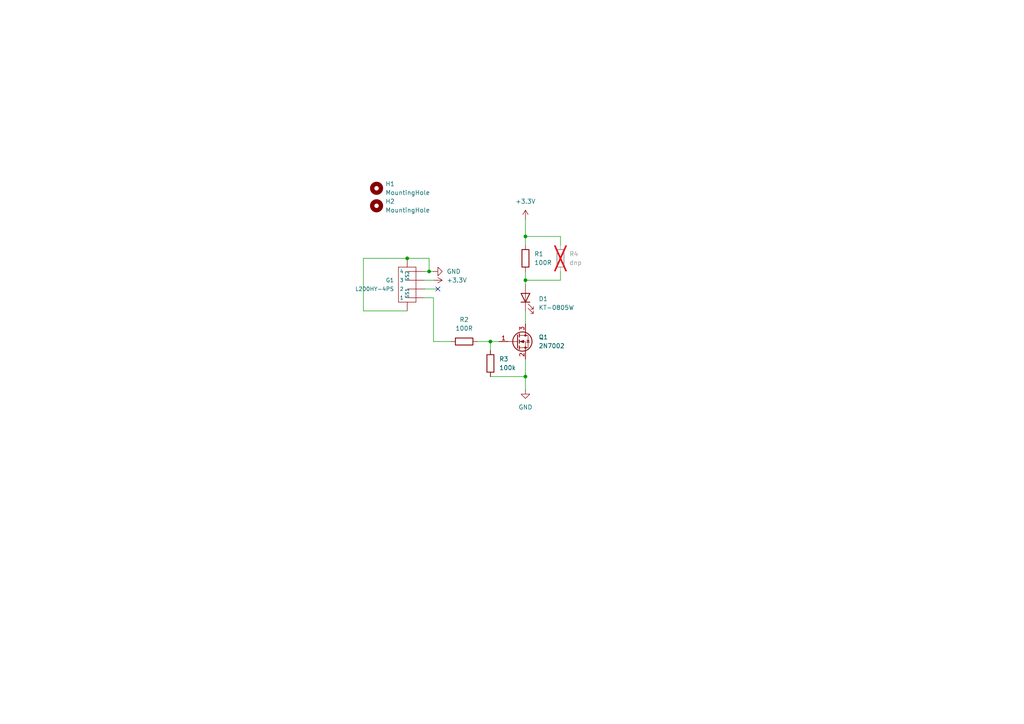
<source format=kicad_sch>
(kicad_sch (version 20250114) (generator "eeschema") (generator_version "9.0")
  (paper "A4")
  (title_block (title "ialed") (date "2025-07-11") (rev "v0.1") (company "Technische Hochschule Augsburg") (comment 1 "Friedrich Beckmann"))
  (lib_symbols
    (symbol "Device:LED" (pin_numbers (hide yes)) (pin_names (offset 1.016) (hide yes))
      (property "Reference" "D" (at 0 2.54 0))
      (property "Value" "LED" (at 0 -2.54 0))
      (symbol "LED_0_1"
        (polyline (pts (xy -3.048 -0.762) (xy -4.572 -2.286) (xy -3.81 -2.286) (xy -4.572 -2.286) (xy -4.572 -1.524)))
        (polyline (pts (xy -1.778 -0.762) (xy -3.302 -2.286) (xy -2.54 -2.286) (xy -3.302 -2.286) (xy -3.302 -1.524)))
        (polyline (pts (xy -1.27 0) (xy 1.27 0)))
        (polyline (pts (xy -1.27 -1.27) (xy -1.27 1.27)) (stroke (width 0.254)))
        (polyline (pts (xy 1.27 -1.27) (xy 1.27 1.27) (xy -1.27 0) (xy 1.27 -1.27)) (stroke (width 0.254)))
      )
      (symbol "LED_1_1"
        (pin passive line (at -3.81 0 0) (length 2.54) (name "K") (number "1"))
        (pin passive line (at 3.81 0 180) (length 2.54) (name "A") (number "2"))
      )
    )
    (symbol "Device:R" (pin_numbers (hide yes)) (pin_names (offset 0))
      (property "Reference" "R" (at 2.032 0 90))
      (property "Value" "R" (at 0 0 90))
      (symbol "R_0_1"
        (rectangle (start -1.016 -2.54) (end 1.016 2.54) (stroke (width 0.254)))
      )
      (symbol "R_1_1"
        (pin passive line (at 0 3.81 270) (length 1.27) (name "~") (number "1"))
        (pin passive line (at 0 -3.81 90) (length 1.27) (name "~") (number "2"))
      )
    )
    (symbol "Mechanical:MountingHole" (pin_names (offset 1.016)) (in_bom no)
      (property "Reference" "H" (at 0 5.08 0))
      (property "Value" "MountingHole" (at 0 3.175 0))
      (symbol "MountingHole_0_1"
        (circle (center 0 0) (radius 1.27) (stroke (width 1.27)))
      )
    )
    (symbol "Transistor_FET:2N7002" (pin_names (offset 0) (hide yes))
      (property "Reference" "Q" (at 5.08 1.905 0))
      (property "Value" "2N7002" (at 5.08 0 0))
      (symbol "2N7002_0_1"
        (polyline (pts (xy 0.254 1.905) (xy 0.254 -1.905)) (stroke (width 0.254)))
        (polyline (pts (xy 0.254 0) (xy -2.54 0)))
        (polyline (pts (xy 0.762 2.286) (xy 0.762 1.27)) (stroke (width 0.254)))
        (polyline (pts (xy 0.762 0.508) (xy 0.762 -0.508)) (stroke (width 0.254)))
        (polyline (pts (xy 0.762 -1.27) (xy 0.762 -2.286)) (stroke (width 0.254)))
        (polyline (pts (xy 0.762 -1.778) (xy 3.302 -1.778) (xy 3.302 1.778) (xy 0.762 1.778)))
        (polyline (pts (xy 1.016 0) (xy 2.032 0.381) (xy 2.032 -0.381) (xy 1.016 0)) (fill (type outline)))
        (circle (center 1.651 0) (radius 2.794) (stroke (width 0.254)))
        (polyline (pts (xy 2.54 2.54) (xy 2.54 1.778)))
        (circle (center 2.54 1.778) (radius 0.254) (fill (type outline)))
        (circle (center 2.54 -1.778) (radius 0.254) (fill (type outline)))
        (polyline (pts (xy 2.54 -2.54) (xy 2.54 0) (xy 0.762 0)))
        (polyline (pts (xy 2.921 0.381) (xy 3.683 0.381)))
        (polyline (pts (xy 3.302 0.381) (xy 2.921 -0.254) (xy 3.683 -0.254) (xy 3.302 0.381)))
      )
      (symbol "2N7002_1_1"
        (pin input line (at -5.08 0 0) (length 2.54) (name "G") (number "1"))
        (pin passive line (at 2.54 5.08 270) (length 2.54) (name "D") (number "3"))
        (pin passive line (at 2.54 -5.08 90) (length 2.54) (name "S") (number "2"))
      )
    )
    (symbol "ialed:GROVE-CONNECTOR-SMD_4+2P-2.0_" (pin_numbers (hide yes)) (pin_names (offset 1.016))
      (property "Reference" "UART0" (at 3.81 -0.635 0))
      (property "Value" "L200HY-4PS" (at 3.81 1.2699 0))
      (symbol "GROVE-CONNECTOR-SMD_4+2P-2.0__1_0"
        (polyline (pts (xy -2.54 5.08) (xy 2.54 5.08)))
        (polyline (pts (xy -2.54 -5.08) (xy -2.54 5.08)))
        (polyline (pts (xy 2.54 5.08) (xy 2.54 -5.08)))
        (polyline (pts (xy 2.54 -5.08) (xy -2.54 -5.08)))
      )
      (symbol "GROVE-CONNECTOR-SMD_4+2P-2.0__1_1"
        (pin bidirectional line (at -5.08 3.81 0) (length 5.08) (name "1") (number "1"))
        (pin bidirectional line (at -5.08 1.27 0) (length 5.08) (name "2") (number "2"))
        (pin power_out line (at -5.08 -1.27 0) (length 5.08) (name "3") (number "3"))
        (pin power_out line (at -5.08 -3.81 0) (length 5.08) (name "4") (number "4"))
        (pin passive line (at 0 7.62 270) (length 2.54) (name "SS1") (number "5"))
        (pin passive line (at 0 -7.62 90) (length 2.54) (name "SS2") (number "6"))
      )
    )
    (symbol "power:+3.3V" (power) (pin_numbers (hide yes)) (pin_names (offset 0) (hide yes))
      (property "Value" "+3.3V" (at 0 3.556 0))
      (symbol "+3.3V_0_1"
        (polyline (pts (xy -0.762 1.27) (xy 0 2.54)))
        (polyline (pts (xy 0 2.54) (xy 0.762 1.27)))
        (polyline (pts (xy 0 0) (xy 0 2.54)))
      )
      (symbol "+3.3V_1_1"
        (pin power_in line (at 0 0 90) (length 0) (name "~") (number "1"))
      )
    )
    (symbol "power:GND" (power) (pin_numbers (hide yes)) (pin_names (offset 0) (hide yes))
      (property "Value" "GND" (at 0 -3.81 0))
      (symbol "GND_0_1"
        (polyline (pts (xy 0 0) (xy 0 -1.27) (xy 1.27 -1.27) (xy 0 -2.54) (xy -1.27 -1.27) (xy 0 -1.27)))
      )
      (symbol "GND_1_1"
        (pin power_in line (at 0 0 270) (length 0) (name "~") (number "1"))
      )
    )
  )
  (junction (at 152.4 109.22))
  (junction (at 142.24 99.06))
  (junction (at 124.46 78.74))
  (junction (at 152.4 81.28))
  (junction (at 152.4 68.58))
  (junction (at 118.11 74.93))
  (no_connect (at 127 83.82))
  (wire (pts (xy 162.56 78.74) (xy 162.56 81.28)))
  (wire (pts (xy 142.24 109.22) (xy 152.4 109.22)))
  (wire (pts (xy 123.19 78.74) (xy 124.46 78.74)))
  (wire (pts (xy 152.4 81.28) (xy 152.4 82.55)))
  (wire (pts (xy 152.4 78.74) (xy 152.4 81.28)))
  (wire (pts (xy 142.24 99.06) (xy 144.78 99.06)))
  (wire (pts (xy 123.19 86.36) (xy 125.73 86.36)))
  (wire (pts (xy 142.24 99.06) (xy 142.24 101.6)))
  (wire (pts (xy 152.4 68.58) (xy 152.4 71.12)))
  (wire (pts (xy 152.4 63.5) (xy 152.4 68.58)))
  (wire (pts (xy 124.46 78.74) (xy 125.73 78.74)))
  (wire (pts (xy 105.41 90.17) (xy 118.11 90.17)))
  (wire (pts (xy 152.4 90.17) (xy 152.4 93.98)))
  (wire (pts (xy 125.73 86.36) (xy 125.73 99.06)))
  (wire (pts (xy 162.56 81.28) (xy 152.4 81.28)))
  (wire (pts (xy 124.46 78.74) (xy 124.46 74.93)))
  (wire (pts (xy 138.43 99.06) (xy 142.24 99.06)))
  (wire (pts (xy 118.11 74.93) (xy 105.41 74.93)))
  (wire (pts (xy 124.46 74.93) (xy 118.11 74.93)))
  (wire (pts (xy 162.56 68.58) (xy 152.4 68.58)))
  (wire (pts (xy 152.4 109.22) (xy 152.4 113.03)))
  (wire (pts (xy 162.56 71.12) (xy 162.56 68.58)))
  (wire (pts (xy 152.4 104.14) (xy 152.4 109.22)))
  (wire (pts (xy 105.41 74.93) (xy 105.41 90.17)))
  (wire (pts (xy 123.19 83.82) (xy 127 83.82)))
  (wire (pts (xy 123.19 81.28) (xy 125.73 81.28)))
  (wire (pts (xy 125.73 99.06) (xy 130.81 99.06)))
  (symbol (lib_id "Device:R") (at 142.24 105.41 0) (unit 1)
    (property "Reference" "R3" (at 144.78 104.1399 0) (effects (justify left)))
    (property "Value" "100k" (at 144.78 106.6799 0) (effects (justify left)))
    (property "Footprint" "Resistor_SMD:R_0603_1608Metric" (effects (hide yes)))
    (property "Description" "Resistor" (effects (hide yes)))
    (property "LCSC" "C25803" (effects (hide yes)))
  )
  (symbol (lib_id "Mechanical:MountingHole") (at 109.22 54.61 0) (unit 1) (in_bom no)
    (property "Reference" "H1" (at 111.76 53.3399 0) (effects (justify left)))
    (property "Value" "MountingHole" (at 111.76 55.8799 0) (effects (justify left)))
    (property "Footprint" "MountingHole:MountingHole_2.2mm_M2_ISO7380" (effects (hide yes)))
    (property "Description" "Mounting Hole without connection" (effects (hide yes)))
  )
  (symbol (lib_id "Mechanical:MountingHole") (at 109.22 59.69 0) (unit 1) (in_bom no)
    (property "Reference" "H2" (at 111.76 58.4199 0) (effects (justify left)))
    (property "Value" "MountingHole" (at 111.76 60.9599 0) (effects (justify left)))
    (property "Footprint" "MountingHole:MountingHole_2.2mm_M2_ISO7380" (effects (hide yes)))
    (property "Description" "Mounting Hole without connection" (effects (hide yes)))
  )
  (symbol (lib_id "Transistor_FET:2N7002") (at 149.86 99.06 0) (unit 1)
    (property "Reference" "Q1" (at 156.21 97.7899 0) (effects (justify left)))
    (property "Value" "2N7002" (at 156.21 100.3299 0) (effects (justify left)))
    (property "Footprint" "Package_TO_SOT_SMD:SOT-23" (effects (hide yes)))
    (property "Datasheet" "https://jlcpcb.com/api/file/downloadByFileSystemAccessId/8550724090244980736" (effects (hide yes)))
    (property "Description" "0.115A Id, 60V Vds, N-Channel MOSFET, SOT-23" (effects (hide yes)))
    (property "LCSC" "C8545" (effects (hide yes)))
  )
  (symbol (lib_id "power:GND") (at 125.73 78.74 90) (unit 1)
    (property "Reference" "#PWR03" (effects (hide yes)))
    (property "Value" "GND" (at 129.54 78.7399 90) (effects (justify right)))
    (property "Description" "Power symbol creates a global label with name \"GND\" , ground" (effects (hide yes)))
  )
  (symbol (lib_id "power:+3.3V") (at 152.4 63.5 0) (unit 1)
    (property "Reference" "#PWR02" (effects (hide yes)))
    (property "Value" "+3.3V" (at 152.4 58.42 0))
    (property "Description" "Power symbol creates a global label with name \"+3.3V\"" (effects (hide yes)))
  )
  (symbol (lib_id "ialed:GROVE-CONNECTOR-SMD_4+2P-2.0_") (at 118.11 82.55 180) (unit 1)
    (property "Reference" "G1" (at 114.3 81.28 0) (effects (font (size 1.143 1.143)) (justify left)))
    (property "Value" "L200HY-4PS" (at 114.3 83.82 0) (effects (font (size 1.143 1.143)) (justify left)))
    (property "Footprint" "ialed:GROVE-HW4-SMD-2.0" (effects (hide yes)))
    (property "Datasheet" "https://jlcpcb.com/api/file/downloadByFileSystemAccessId/8590296770527342592" (effects (hide yes)))
    (property "Description" "Seeed Grove Connector SMD vertical - Dealon" (effects (hide yes)))
    (property "SKU" "320110030" (effects (hide yes)))
    (property "MPN" "L200HY-4PS" (effects (hide yes)))
    (property "LCSC" "C5140480" (effects (hide yes)))
  )
  (symbol (lib_id "Device:LED") (at 152.4 86.36 90) (unit 1)
    (property "Reference" "D1" (at 156.21 86.6774 90) (effects (justify right)))
    (property "Value" "KT-0805W" (at 156.21 89.2174 90) (effects (justify right)))
    (property "Footprint" "Diode_SMD:D_0805_2012Metric" (effects (hide yes)))
    (property "Datasheet" "https://jlcpcb.com/api/file/downloadByFileSystemAccessId/8579709217558745088" (effects (hide yes)))
    (property "Description" "White LED 0805 Hubei Kento 5mA" (effects (hide yes)))
    (property "Sim.Pins" "1=K 2=A" (effects (hide yes)))
    (property "LCSC" "C34499" (effects (hide yes)))
  )
  (symbol (lib_id "Device:R") (at 134.62 99.06 90) (unit 1)
    (property "Reference" "R2" (at 134.62 92.71 90))
    (property "Value" "100R" (at 134.62 95.25 90))
    (property "Footprint" "Resistor_SMD:R_0603_1608Metric" (effects (hide yes)))
    (property "Description" "Resistor" (effects (hide yes)))
    (property "LCSC" "C22775" (effects (hide yes)))
  )
  (symbol (lib_id "Device:R") (at 152.4 74.93 0) (unit 1)
    (property "Reference" "R1" (at 154.94 73.6599 0) (effects (justify left)))
    (property "Value" "100R" (at 154.94 76.1999 0) (effects (justify left)))
    (property "Footprint" "Resistor_SMD:R_0603_1608Metric" (effects (hide yes)))
    (property "Description" "Resistor" (effects (hide yes)))
    (property "LCSC" "C22775" (effects (hide yes)))
  )
  (symbol (lib_id "power:GND") (at 152.4 113.03 0) (unit 1)
    (property "Reference" "#PWR01" (effects (hide yes)))
    (property "Value" "GND" (at 152.4 118.11 0))
    (property "Description" "Power symbol creates a global label with name \"GND\" , ground" (effects (hide yes)))
  )
  (symbol (lib_id "Device:R") (at 162.56 74.93 0) (unit 1) (dnp yes)
    (property "Reference" "R4" (at 165.1 73.6599 0) (effects (justify left)))
    (property "Value" "dnp" (at 165.1 76.1999 0) (effects (justify left)))
    (property "Footprint" "Resistor_SMD:R_0603_1608Metric" (effects (hide yes)))
    (property "Description" "Resistor" (effects (hide yes)))
  )
  (symbol (lib_id "power:+3.3V") (at 125.73 81.28 270) (unit 1)
    (property "Reference" "#PWR04" (effects (hide yes)))
    (property "Value" "+3.3V" (at 129.54 81.2799 90) (effects (justify left)))
    (property "Description" "Power symbol creates a global label with name \"+3.3V\"" (effects (hide yes)))
  )
)
</source>
